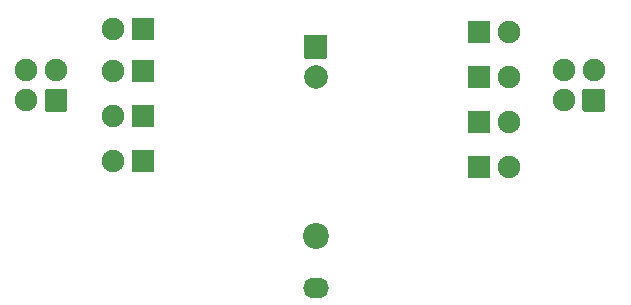
<source format=gbs>
%TF.GenerationSoftware,KiCad,Pcbnew,(5.1.9)-1*%
%TF.CreationDate,2021-04-18T11:45:05+05:30*%
%TF.ProjectId,dcSplitter,64635370-6c69-4747-9465-722e6b696361,rev?*%
%TF.SameCoordinates,Original*%
%TF.FileFunction,Soldermask,Bot*%
%TF.FilePolarity,Negative*%
%FSLAX46Y46*%
G04 Gerber Fmt 4.6, Leading zero omitted, Abs format (unit mm)*
G04 Created by KiCad (PCBNEW (5.1.9)-1) date 2021-04-18 11:45:05*
%MOMM*%
%LPD*%
G01*
G04 APERTURE LIST*
%ADD10O,1.900000X1.900000*%
%ADD11C,2.000000*%
%ADD12C,2.200000*%
%ADD13O,2.200000X1.700000*%
G04 APERTURE END LIST*
D10*
%TO.C,12*%
X150876000Y-28194000D03*
G36*
G01*
X149186000Y-29144000D02*
X147486000Y-29144000D01*
G75*
G02*
X147386000Y-29044000I0J100000D01*
G01*
X147386000Y-27344000D01*
G75*
G02*
X147486000Y-27244000I100000J0D01*
G01*
X149186000Y-27244000D01*
G75*
G02*
X149286000Y-27344000I0J-100000D01*
G01*
X149286000Y-29044000D01*
G75*
G02*
X149186000Y-29144000I-100000J0D01*
G01*
G37*
%TD*%
%TO.C,12*%
X150876000Y-24384000D03*
G36*
G01*
X149186000Y-25334000D02*
X147486000Y-25334000D01*
G75*
G02*
X147386000Y-25234000I0J100000D01*
G01*
X147386000Y-23534000D01*
G75*
G02*
X147486000Y-23434000I100000J0D01*
G01*
X149186000Y-23434000D01*
G75*
G02*
X149286000Y-23534000I0J-100000D01*
G01*
X149286000Y-25234000D01*
G75*
G02*
X149186000Y-25334000I-100000J0D01*
G01*
G37*
%TD*%
%TO.C,3.3*%
X150876000Y-20574000D03*
G36*
G01*
X149186000Y-21524000D02*
X147486000Y-21524000D01*
G75*
G02*
X147386000Y-21424000I0J100000D01*
G01*
X147386000Y-19724000D01*
G75*
G02*
X147486000Y-19624000I100000J0D01*
G01*
X149186000Y-19624000D01*
G75*
G02*
X149286000Y-19724000I0J-100000D01*
G01*
X149286000Y-21424000D01*
G75*
G02*
X149186000Y-21524000I-100000J0D01*
G01*
G37*
%TD*%
%TO.C,3.3*%
X150876000Y-16764000D03*
G36*
G01*
X149186000Y-17714000D02*
X147486000Y-17714000D01*
G75*
G02*
X147386000Y-17614000I0J100000D01*
G01*
X147386000Y-15914000D01*
G75*
G02*
X147486000Y-15814000I100000J0D01*
G01*
X149186000Y-15814000D01*
G75*
G02*
X149286000Y-15914000I0J-100000D01*
G01*
X149286000Y-17614000D01*
G75*
G02*
X149186000Y-17714000I-100000J0D01*
G01*
G37*
%TD*%
%TO.C,5*%
X117348000Y-16510000D03*
G36*
G01*
X119038000Y-15560000D02*
X120738000Y-15560000D01*
G75*
G02*
X120838000Y-15660000I0J-100000D01*
G01*
X120838000Y-17360000D01*
G75*
G02*
X120738000Y-17460000I-100000J0D01*
G01*
X119038000Y-17460000D01*
G75*
G02*
X118938000Y-17360000I0J100000D01*
G01*
X118938000Y-15660000D01*
G75*
G02*
X119038000Y-15560000I100000J0D01*
G01*
G37*
%TD*%
%TO.C,5*%
X117348000Y-20066000D03*
G36*
G01*
X119038000Y-19116000D02*
X120738000Y-19116000D01*
G75*
G02*
X120838000Y-19216000I0J-100000D01*
G01*
X120838000Y-20916000D01*
G75*
G02*
X120738000Y-21016000I-100000J0D01*
G01*
X119038000Y-21016000D01*
G75*
G02*
X118938000Y-20916000I0J100000D01*
G01*
X118938000Y-19216000D01*
G75*
G02*
X119038000Y-19116000I100000J0D01*
G01*
G37*
%TD*%
%TO.C,12*%
X117348000Y-23876000D03*
G36*
G01*
X119038000Y-22926000D02*
X120738000Y-22926000D01*
G75*
G02*
X120838000Y-23026000I0J-100000D01*
G01*
X120838000Y-24726000D01*
G75*
G02*
X120738000Y-24826000I-100000J0D01*
G01*
X119038000Y-24826000D01*
G75*
G02*
X118938000Y-24726000I0J100000D01*
G01*
X118938000Y-23026000D01*
G75*
G02*
X119038000Y-22926000I100000J0D01*
G01*
G37*
%TD*%
%TO.C,12*%
X117348000Y-27686000D03*
G36*
G01*
X119038000Y-26736000D02*
X120738000Y-26736000D01*
G75*
G02*
X120838000Y-26836000I0J-100000D01*
G01*
X120838000Y-28536000D01*
G75*
G02*
X120738000Y-28636000I-100000J0D01*
G01*
X119038000Y-28636000D01*
G75*
G02*
X118938000Y-28536000I0J100000D01*
G01*
X118938000Y-26836000D01*
G75*
G02*
X119038000Y-26736000I100000J0D01*
G01*
G37*
%TD*%
%TO.C,J3*%
X155500000Y-20000000D03*
X155500000Y-22540000D03*
X158040000Y-20000000D03*
G36*
G01*
X158890000Y-23490000D02*
X157190000Y-23490000D01*
G75*
G02*
X157090000Y-23390000I0J100000D01*
G01*
X157090000Y-21690000D01*
G75*
G02*
X157190000Y-21590000I100000J0D01*
G01*
X158890000Y-21590000D01*
G75*
G02*
X158990000Y-21690000I0J-100000D01*
G01*
X158990000Y-23390000D01*
G75*
G02*
X158890000Y-23490000I-100000J0D01*
G01*
G37*
%TD*%
%TO.C,D1*%
G36*
G01*
X133600000Y-17000000D02*
X135400000Y-17000000D01*
G75*
G02*
X135500000Y-17100000I0J-100000D01*
G01*
X135500000Y-18900000D01*
G75*
G02*
X135400000Y-19000000I-100000J0D01*
G01*
X133600000Y-19000000D01*
G75*
G02*
X133500000Y-18900000I0J100000D01*
G01*
X133500000Y-17100000D01*
G75*
G02*
X133600000Y-17000000I100000J0D01*
G01*
G37*
D11*
X134500000Y-20540000D03*
%TD*%
D12*
%TO.C,J1*%
X134500000Y-34000000D03*
D13*
X134500000Y-38400000D03*
%TD*%
%TO.C,J2*%
G36*
G01*
X113390000Y-23490000D02*
X111690000Y-23490000D01*
G75*
G02*
X111590000Y-23390000I0J100000D01*
G01*
X111590000Y-21690000D01*
G75*
G02*
X111690000Y-21590000I100000J0D01*
G01*
X113390000Y-21590000D01*
G75*
G02*
X113490000Y-21690000I0J-100000D01*
G01*
X113490000Y-23390000D01*
G75*
G02*
X113390000Y-23490000I-100000J0D01*
G01*
G37*
D10*
X112540000Y-20000000D03*
X110000000Y-22540000D03*
X110000000Y-20000000D03*
%TD*%
M02*

</source>
